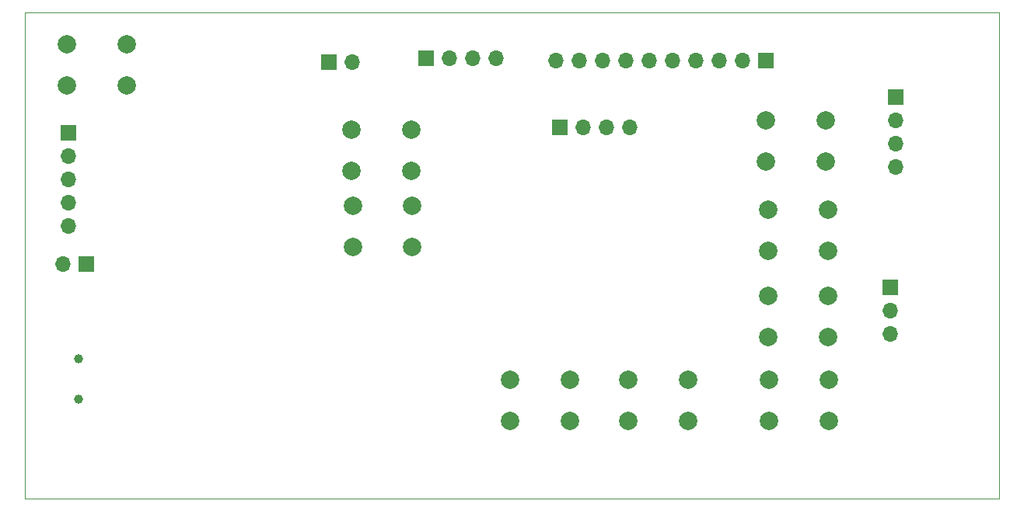
<source format=gbr>
%TF.GenerationSoftware,KiCad,Pcbnew,7.0.9-7.0.9~ubuntu22.04.1*%
%TF.CreationDate,2024-03-26T10:14:34-06:00*%
%TF.ProjectId,StmBoard,53746d42-6f61-4726-942e-6b696361645f,rev?*%
%TF.SameCoordinates,Original*%
%TF.FileFunction,Soldermask,Bot*%
%TF.FilePolarity,Negative*%
%FSLAX46Y46*%
G04 Gerber Fmt 4.6, Leading zero omitted, Abs format (unit mm)*
G04 Created by KiCad (PCBNEW 7.0.9-7.0.9~ubuntu22.04.1) date 2024-03-26 10:14:34*
%MOMM*%
%LPD*%
G01*
G04 APERTURE LIST*
%ADD10C,2.000000*%
%ADD11R,1.700000X1.700000*%
%ADD12O,1.700000X1.700000*%
%ADD13C,1.000000*%
%TA.AperFunction,Profile*%
%ADD14C,0.100000*%
%TD*%
G04 APERTURE END LIST*
D10*
%TO.C,SW7*%
X109275000Y-96150000D03*
X115775000Y-96150000D03*
X109275000Y-100650000D03*
X115775000Y-100650000D03*
%TD*%
D11*
%TO.C,U11*%
X117230000Y-80100000D03*
D12*
X119770000Y-80100000D03*
X122310000Y-80100000D03*
X124850000Y-80100000D03*
%TD*%
D11*
%TO.C,U3*%
X131800000Y-87600000D03*
D12*
X134340000Y-87600000D03*
X136880000Y-87600000D03*
X139420000Y-87600000D03*
%TD*%
D10*
%TO.C,SW8*%
X109150000Y-87850000D03*
X115650000Y-87850000D03*
X109150000Y-92350000D03*
X115650000Y-92350000D03*
%TD*%
%TO.C,SW2*%
X154550000Y-96550000D03*
X161050000Y-96550000D03*
X154550000Y-101050000D03*
X161050000Y-101050000D03*
%TD*%
D11*
%TO.C,U4*%
X168400000Y-84320000D03*
D12*
X168400000Y-86860000D03*
X168400000Y-89400000D03*
X168400000Y-91940000D03*
%TD*%
D10*
%TO.C,SW4*%
X154600000Y-115100000D03*
X161100000Y-115100000D03*
X154600000Y-119600000D03*
X161100000Y-119600000D03*
%TD*%
D11*
%TO.C,U7*%
X80300000Y-102500000D03*
D12*
X77760000Y-102500000D03*
%TD*%
D13*
%TO.C,J1*%
X79450000Y-112810000D03*
X79450000Y-117210000D03*
%TD*%
D11*
%TO.C,U12*%
X78335000Y-88205000D03*
D12*
X78335000Y-90745000D03*
X78335000Y-93285000D03*
X78335000Y-95825000D03*
X78335000Y-98365000D03*
%TD*%
D10*
%TO.C,SW6*%
X126400000Y-115100000D03*
X132900000Y-115100000D03*
X126400000Y-119600000D03*
X132900000Y-119600000D03*
%TD*%
%TO.C,SW3*%
X154500000Y-105950000D03*
X161000000Y-105950000D03*
X154500000Y-110450000D03*
X161000000Y-110450000D03*
%TD*%
D11*
%TO.C,U5*%
X167800000Y-105060000D03*
D12*
X167800000Y-107600000D03*
X167800000Y-110140000D03*
%TD*%
D10*
%TO.C,SW9*%
X78160000Y-78570000D03*
X84660000Y-78570000D03*
X78160000Y-83070000D03*
X84660000Y-83070000D03*
%TD*%
D11*
%TO.C,U10*%
X154270000Y-80350000D03*
D12*
X151730000Y-80350000D03*
X149190000Y-80350000D03*
X146650000Y-80350000D03*
X144110000Y-80350000D03*
X141570000Y-80350000D03*
X139030000Y-80350000D03*
X136490000Y-80350000D03*
X133950000Y-80350000D03*
X131410000Y-80350000D03*
%TD*%
D10*
%TO.C,SW1*%
X154250000Y-86850000D03*
X160750000Y-86850000D03*
X154250000Y-91350000D03*
X160750000Y-91350000D03*
%TD*%
%TO.C,SW5*%
X139300000Y-115100000D03*
X145800000Y-115100000D03*
X139300000Y-119600000D03*
X145800000Y-119600000D03*
%TD*%
D11*
%TO.C,U6*%
X106700000Y-80500000D03*
D12*
X109240000Y-80500000D03*
%TD*%
D14*
X73570000Y-75080000D02*
X179650000Y-75080000D01*
X179650000Y-128060000D01*
X73570000Y-128060000D01*
X73570000Y-75080000D01*
M02*

</source>
